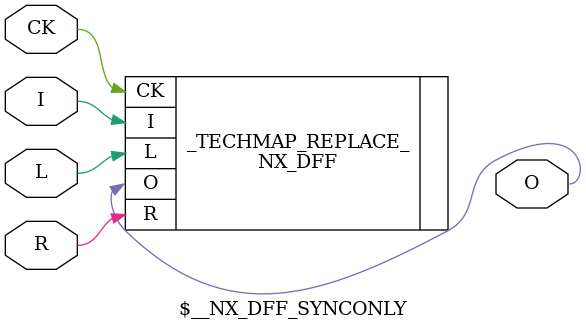
<source format=v>
module \$__NX_DFF_SYNCONLY (input I, CK, L, R, output O);
    parameter dff_ctxt = 1'bx;
    parameter dff_edge = 1'b0;
    parameter dff_init = 1'b0;
    parameter dff_load = 1'b0;
    parameter dff_type = 1'b0;
    NX_DFF #(.dff_ctxt(dff_ctxt), .dff_edge(dff_edge), .dff_init(dff_init), .dff_load(dff_load), .dff_sync(1'b1), .dff_type(dff_type)) _TECHMAP_REPLACE_ (.I(I), .CK(CK), .L(L), .R(R), .O(O));
endmodule

</source>
